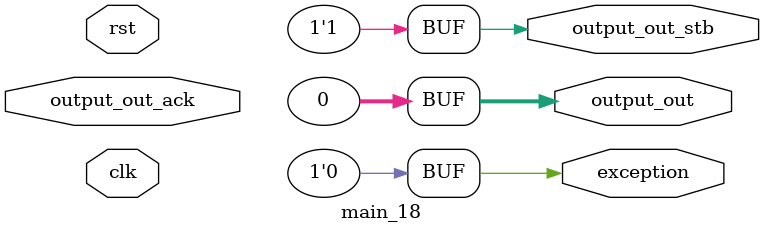
<source format=v>
module main_18 (output_out_ack,clk,rst,output_out,output_out_stb,exception);
  input output_out_ack;
  input clk;
  input rst;
  output [31:0] output_out;
  output output_out_stb;
  output exception;

  assign output_out = 0;
  assign output_out_stb = 1;
  assign exception = 0;
endmodule
</source>
